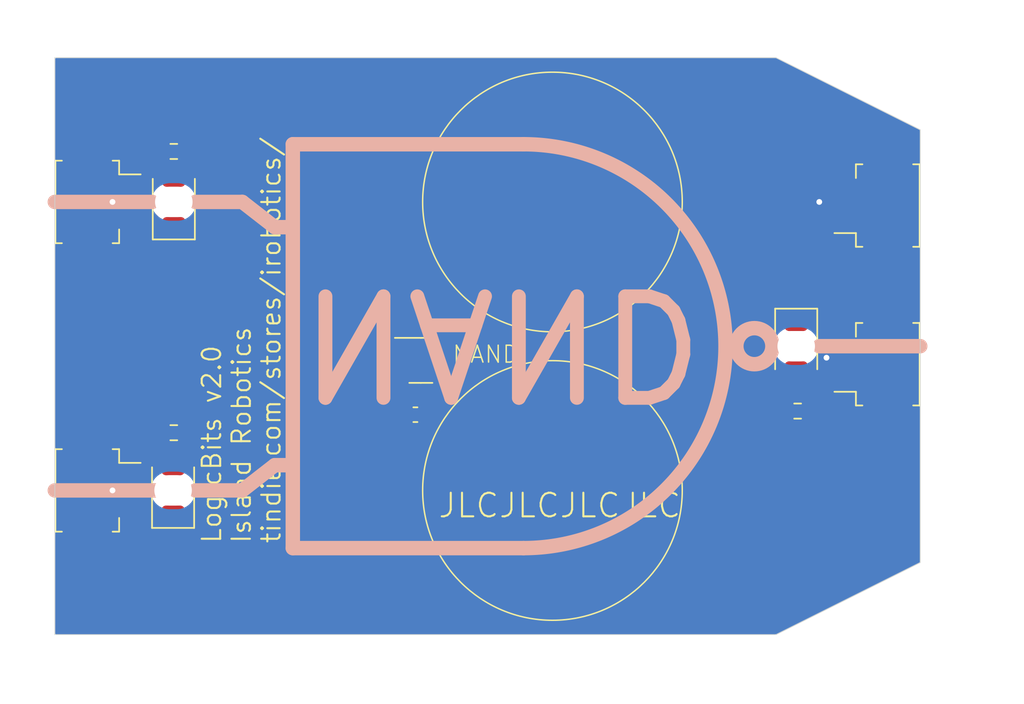
<source format=kicad_pcb>
(kicad_pcb (version 20240108) (generator "pcbnew") (generator_version "8.0")
  (layers (0 "F.Cu" signal) (31 "B.Cu" signal) (34 "B.Paste" user) (35 "F.Paste" user) (36 "B.SilkS" user "B.Silkscreen") (37 "F.SilkS" user "F.Silkscreen") (38 "B.Mask" user) (39 "F.Mask" user) (44 "Edge.Cuts" user))
  (net 0 "")
  (net 1 "GND")
  (net 2 "Net-(D1-A)")
  (net 3 "Net-(D2-A)")
  (net 4 "Net-(D3-A)")
  (net 5 "/A")
  (net 6 "/B")
  (net 7 "/Y")
  (net 8 "+5V")
  (footprint "Connector_Molex:Molex_PicoBlade_53261-0371_1x03-1MP_P1.25mm_Horizontal" (layer "F.Cu") (at 120.75 95 -90)
    (property "Reference" "J1" (hide yes))
    (property "Value" "Conn_01x03_Male" (hide yes))
    (fp_line (start -2.86 2.71) (end 2.86 2.71) (stroke (width 0.12)) (layer "F.SilkS"))
    (fp_line (start 2.86 2.71) (end 2.86 2.26) (stroke (width 0.12)) (layer "F.SilkS"))
    (fp_line (start -2.86 2.26) (end -2.86 2.71) (stroke (width 0.12)) (layer "F.SilkS"))
    (fp_line (start -2.86 -1.26) (end -2.86 -1.71) (stroke (width 0.12)) (layer "F.SilkS"))
    (fp_line (start 2.86 -1.26) (end 2.86 -1.71) (stroke (width 0.12)) (layer "F.SilkS"))
    (fp_line (start -2.86 -1.71) (end -1.91 -1.71) (stroke (width 0.12)) (layer "F.SilkS"))
    (fp_line (start -1.91 -1.71) (end -1.91 -3.2) (stroke (width 0.12)) (layer "F.SilkS"))
    (fp_line (start 2.86 -1.71) (end 1.91 -1.71) (stroke (width 0.12)) (layer "F.SilkS"))
    (pad "1" smd roundrect (at -1.25 -2.4 270) (size 0.8 1.6) (layers "F.Cu" "F.Paste" "F.Mask") (net 5 "/A"))
    (pad "2" smd roundrect (at 0 -2.4 270) (size 0.8 1.6) (layers "F.Cu" "F.Paste" "F.Mask") (net 1 "GND"))
    (pad "3" smd roundrect (at 1.25 -2.4 270) (size 0.8 1.6) (layers "F.Cu" "F.Paste" "F.Mask") (net 8 "+5V"))
    (pad "MP" smd roundrect (at -3.8 0.5 270) (size 2.1 3) (layers "F.Cu" "F.Paste" "F.Mask") (roundrect_rratio 0.1190480952))
    (pad "MP" smd roundrect (at 3.8 0.5 270) (size 2.1 3) (layers "F.Cu" "F.Paste" "F.Mask") (roundrect_rratio 0.1190480952))
  )
  (footprint "Connector_Molex:Molex_PicoBlade_53261-0371_1x03-1MP_P1.25mm_Horizontal" (layer "F.Cu") (at 175.25 95.25 90)
    (property "Reference" "J4" (hide yes))
    (property "Value" "Conn_01x03_Male" (hide yes))
    (fp_line (start 2.86 -1.71) (end 1.91 -1.71) (stroke (width 0.12)) (layer "F.SilkS"))
    (fp_line (start -1.91 -1.71) (end -1.91 -3.2) (stroke (width 0.12)) (layer "F.SilkS"))
    (fp_line (start -2.86 -1.71) (end -1.91 -1.71) (stroke (width 0.12)) (layer "F.SilkS"))
    (fp_line (start 2.86 -1.26) (end 2.86 -1.71) (stroke (width 0.12)) (layer "F.SilkS"))
    (fp_line (start -2.86 -1.26) (end -2.86 -1.71) (stroke (width 0.12)) (layer "F.SilkS"))
    (fp_line (start -2.86 2.26) (end -2.86 2.71) (stroke (width 0.12)) (layer "F.SilkS"))
    (fp_line (start 2.86 2.71) (end 2.86 2.26) (stroke (width 0.12)) (layer "F.SilkS"))
    (fp_line (start -2.86 2.71) (end 2.86 2.71) (stroke (width 0.12)) (layer "F.SilkS"))
    (pad "1" smd roundrect (at -1.25 -2.4 90) (size 0.8 1.6) (layers "F.Cu" "F.Paste" "F.Mask") (net 7 "/Y"))
    (pad "2" smd roundrect (at 0 -2.4 90) (size 0.8 1.6) (layers "F.Cu" "F.Paste" "F.Mask") (net 1 "GND"))
    (pad "3" smd roundrect (at 1.25 -2.4 90) (size 0.8 1.6) (layers "F.Cu" "F.Paste" "F.Mask") (net 8 "+5V"))
    (pad "MP" smd roundrect (at -3.8 0.5 90) (size 2.1 3) (layers "F.Cu" "F.Paste" "F.Mask") (roundrect_rratio 0.1190480952))
    (pad "MP" smd roundrect (at 3.8 0.5 90) (size 2.1 3) (layers "F.Cu" "F.Paste" "F.Mask") (roundrect_rratio 0.1190480952))
  )
  (footprint "shurik-personal:LITE_ON_LTST_C230TBKT-LED_1206_3216Metric_ReverseMount" (layer "F.Cu") (at 169.4 105 -90)
    (property "Reference" "D3" (hide yes))
    (property "Value" "LED" (hide yes))
    (fp_line (start -2.6 1.46) (end 1.6 1.46) (stroke (width 0.12)) (layer "F.SilkS"))
    (fp_line (start -2.6 -1.46) (end -2.6 1.46) (stroke (width 0.12)) (layer "F.SilkS"))
    (fp_line (start 1.6 -1.46) (end -2.6 -1.46) (stroke (width 0.12)) (layer "F.SilkS"))
    (pad "" np_thru_hole oval (at 0 0 270) (size 2.1 2.6) (drill oval 2.1 2.6) (layers "F&B.Cu" "*.Mask"))
    (pad "1" smd roundrect (at -1.8 0 270) (size 1.5 1.6) (layers "F.Cu" "F.Paste" "F.Mask") (roundrect_rratio 0.2) (net 1 "GND"))
    (pad "2" smd roundrect (at 1.8 0 270) (size 1.5 1.6) (layers "F.Cu" "F.Paste" "F.Mask") (roundrect_rratio 0.2) (net 4 "Net-(D3-A)"))
  )
  (footprint "Package_TO_SOT_SMD:SOT-23-5" (layer "F.Cu") (at 143.3775 105.984)
    (property "Reference" "U1" (hide yes))
    (property "Value" "74LVC1G08" (hide yes))
    (fp_line (start 0 -1.56) (end -1.8 -1.56) (stroke (width 0.12)) (layer "F.SilkS"))
    (fp_line (start 0 -1.56) (end 0.8 -1.56) (stroke (width 0.12)) (layer "F.SilkS"))
    (fp_line (start 0 1.56) (end -0.8 1.56) (stroke (width 0.12)) (layer "F.SilkS"))
    (fp_line (start 0 1.56) (end 0.8 1.56) (stroke (width 0.12)) (layer "F.SilkS"))
    (pad "1" smd roundrect (at -1.1375 -0.95) (size 1.325 0.6) (layers "F.Cu" "F.Paste" "F.Mask") (net 5 "/A"))
    (pad "2" smd roundrect (at -1.1375 0) (size 1.325 0.6) (layers "F.Cu" "F.Paste" "F.Mask") (net 6 "/B"))
    (pad "3" smd roundrect (at -1.1375 0.95) (size 1.325 0.6) (layers "F.Cu" "F.Paste" "F.Mask") (net 1 "GND"))
    (pad "4" smd roundrect (at 1.1375 0.95) (size 1.325 0.6) (layers "F.Cu" "F.Paste" "F.Mask") (net 7 "/Y"))
    (pad "5" smd roundrect (at 1.1375 -0.95) (size 1.325 0.6) (layers "F.Cu" "F.Paste" "F.Mask") (net 8 "+5V"))
  )
  (footprint "shurik-personal:LITE_ON_LTST_C230TBKT-LED_1206_3216Metric_ReverseMount" (layer "F.Cu") (at 126.25 95 90)
    (property "Reference" "D1" (hide yes))
    (property "Value" "LED" (hide yes))
    (fp_line (start 1.6 -1.46) (end -2.6 -1.46) (stroke (width 0.12)) (layer "F.SilkS"))
    (fp_line (start -2.6 -1.46) (end -2.6 1.46) (stroke (width 0.12)) (layer "F.SilkS"))
    (fp_line (start -2.6 1.46) (end 1.6 1.46) (stroke (width 0.12)) (layer "F.SilkS"))
    (pad "" np_thru_hole oval (at 0 0 90) (size 2.1 2.6) (drill oval 2.1 2.6) (layers "F&B.Cu" "*.Mask"))
    (pad "1" smd roundrect (at -1.8 0 90) (size 1.5 1.6) (layers "F.Cu" "F.Paste" "F.Mask") (roundrect_rratio 0.2) (net 1 "GND"))
    (pad "2" smd roundrect (at 1.8 0 90) (size 1.5 1.6) (layers "F.Cu" "F.Paste" "F.Mask") (roundrect_rratio 0.2) (net 2 "Net-(D1-A)"))
  )
  (footprint "Resistor_SMD:R_0603_1608Metric" (layer "F.Cu") (at 169.5 109.5)
    (property "Reference" "R3" (hide yes))
    (property "Value" "330" (hide yes))
    (fp_line (start -0.237258 -0.5225) (end 0.237258 -0.5225) (stroke (width 0.12)) (layer "F.SilkS"))
    (fp_line (start -0.237258 0.5225) (end 0.237258 0.5225) (stroke (width 0.12)) (layer "F.SilkS"))
    (pad "1" smd roundrect (at -0.825 0) (size 0.8 0.95) (layers "F.Cu" "F.Paste" "F.Mask") (net 7 "/Y"))
    (pad "2" smd roundrect (at 0.825 0) (size 0.8 0.95) (layers "F.Cu" "F.Paste" "F.Mask") (net 4 "Net-(D3-A)"))
  )
  (footprint "Resistor_SMD:R_0603_1608Metric" (layer "F.Cu") (at 126.25 91.5)
    (property "Reference" "R1" (hide yes))
    (property "Value" "330" (hide yes))
    (fp_line (start -0.237258 -0.5225) (end 0.237258 -0.5225) (stroke (width 0.12)) (layer "F.SilkS"))
    (fp_line (start -0.237258 0.5225) (end 0.237258 0.5225) (stroke (width 0.12)) (layer "F.SilkS"))
    (pad "1" smd roundrect (at -0.825 0) (size 0.8 0.95) (layers "F.Cu" "F.Paste" "F.Mask") (net 5 "/A"))
    (pad "2" smd roundrect (at 0.825 0) (size 0.8 0.95) (layers "F.Cu" "F.Paste" "F.Mask") (net 2 "Net-(D1-A)"))
  )
  (footprint "Capacitor_SMD:C_0603_1608Metric" (layer "F.Cu") (at 143 109.75 180)
    (property "Reference" "C1" (hide yes))
    (property "Value" "100nF" (hide yes))
    (fp_line (start -0.14058 0.51) (end 0.14058 0.51) (stroke (width 0.12)) (layer "F.SilkS"))
    (fp_line (start -0.14058 -0.51) (end 0.14058 -0.51) (stroke (width 0.12)) (layer "F.SilkS"))
    (pad "1" smd roundrect (at -0.775 0 180) (size 0.9 0.95) (layers "F.Cu" "F.Paste" "F.Mask") (net 8 "+5V"))
    (pad "2" smd roundrect (at 0.775 0 180) (size 0.9 0.95) (layers "F.Cu" "F.Paste" "F.Mask") (net 1 "GND"))
  )
  (footprint "Connector_Molex:Molex_PicoBlade_53261-0371_1x03-1MP_P1.25mm_Horizontal" (layer "F.Cu") (at 175.25 106.25 90)
    (property "Reference" "J3" (hide yes))
    (property "Value" "Conn_01x03_Male" (hide yes))
    (fp_line (start 2.86 -1.71) (end 1.91 -1.71) (stroke (width 0.12)) (layer "F.SilkS"))
    (fp_line (start -1.91 -1.71) (end -1.91 -3.2) (stroke (width 0.12)) (layer "F.SilkS"))
    (fp_line (start -2.86 -1.71) (end -1.91 -1.71) (stroke (width 0.12)) (layer "F.SilkS"))
    (fp_line (start 2.86 -1.26) (end 2.86 -1.71) (stroke (width 0.12)) (layer "F.SilkS"))
    (fp_line (start -2.86 -1.26) (end -2.86 -1.71) (stroke (width 0.12)) (layer "F.SilkS"))
    (fp_line (start -2.86 2.26) (end -2.86 2.71) (stroke (width 0.12)) (layer "F.SilkS"))
    (fp_line (start 2.86 2.71) (end 2.86 2.26) (stroke (width 0.12)) (layer "F.SilkS"))
    (fp_line (start -2.86 2.71) (end 2.86 2.71) (stroke (width 0.12)) (layer "F.SilkS"))
    (pad "1" smd roundrect (at -1.25 -2.4 90) (size 0.8 1.6) (layers "F.Cu" "F.Paste" "F.Mask") (net 7 "/Y"))
    (pad "2" smd roundrect (at 0 -2.4 90) (size 0.8 1.6) (layers "F.Cu" "F.Paste" "F.Mask") (net 1 "GND"))
    (pad "3" smd roundrect (at 1.25 -2.4 90) (size 0.8 1.6) (layers "F.Cu" "F.Paste" "F.Mask") (net 8 "+5V"))
    (pad "MP" smd roundrect (at -3.8 0.5 90) (size 2.1 3) (layers "F.Cu" "F.Paste" "F.Mask") (roundrect_rratio 0.1190480952))
    (pad "MP" smd roundrect (at 3.8 0.5 90) (size 2.1 3) (layers "F.Cu" "F.Paste" "F.Mask") (roundrect_rratio 0.1190480952))
  )
  (footprint "Connector_Molex:Molex_PicoBlade_53261-0371_1x03-1MP_P1.25mm_Horizontal" (layer "F.Cu") (at 120.75 115 -90)
    (property "Reference" "J2" (hide yes))
    (property "Value" "Conn_01x03_Male" (hide yes))
    (fp_line (start -2.86 2.71) (end 2.86 2.71) (stroke (width 0.12)) (layer "F.SilkS"))
    (fp_line (start 2.86 2.71) (end 2.86 2.26) (stroke (width 0.12)) (layer "F.SilkS"))
    (fp_line (start -2.86 2.26) (end -2.86 2.71) (stroke (width 0.12)) (layer "F.SilkS"))
    (fp_line (start -2.86 -1.26) (end -2.86 -1.71) (stroke (width 0.12)) (layer "F.SilkS"))
    (fp_line (start 2.86 -1.26) (end 2.86 -1.71) (stroke (width 0.12)) (layer "F.SilkS"))
    (fp_line (start -2.86 -1.71) (end -1.91 -1.71) (stroke (width 0.12)) (layer "F.SilkS"))
    (fp_line (start -1.91 -1.71) (end -1.91 -3.2) (stroke (width 0.12)) (layer "F.SilkS"))
    (fp_line (start 2.86 -1.71) (end 1.91 -1.71) (stroke (width 0.12)) (layer "F.SilkS"))
    (pad "1" smd roundrect (at -1.25 -2.4 270) (size 0.8 1.6) (layers "F.Cu" "F.Paste" "F.Mask") (net 6 "/B"))
    (pad "2" smd roundrect (at 0 -2.4 270) (size 0.8 1.6) (layers "F.Cu" "F.Paste" "F.Mask") (net 1 "GND"))
    (pad "3" smd roundrect (at 1.25 -2.4 270) (size 0.8 1.6) (layers "F.Cu" "F.Paste" "F.Mask") (net 8 "+5V"))
    (pad "MP" smd roundrect (at -3.8 0.5 270) (size 2.1 3) (layers "F.Cu" "F.Paste" "F.Mask") (roundrect_rratio 0.1190480952))
    (pad "MP" smd roundrect (at 3.8 0.5 270) (size 2.1 3) (layers "F.Cu" "F.Paste" "F.Mask") (roundrect_rratio 0.1190480952))
  )
  (footprint "Resistor_SMD:R_0603_1608Metric" (layer "F.Cu") (at 126.25 111)
    (property "Reference" "R2" (hide yes))
    (property "Value" "330" (hide yes))
    (fp_line (start -0.237258 -0.5225) (end 0.237258 -0.5225) (stroke (width 0.12)) (layer "F.SilkS"))
    (fp_line (start -0.237258 0.5225) (end 0.237258 0.5225) (stroke (width 0.12)) (layer "F.SilkS"))
    (pad "1" smd roundrect (at -0.825 0) (size 0.8 0.95) (layers "F.Cu" "F.Paste" "F.Mask") (net 6 "/B"))
    (pad "2" smd roundrect (at 0.825 0) (size 0.8 0.95) (layers "F.Cu" "F.Paste" "F.Mask") (net 3 "Net-(D2-A)"))
  )
  (footprint "shurik-personal:LITE_ON_LTST_C230TBKT-LED_1206_3216Metric_ReverseMount" (layer "F.Cu") (at 126.2 115 90)
    (property "Reference" "D2" (hide yes))
    (property "Value" "LED" (hide yes))
    (fp_line (start 1.6 -1.46) (end -2.6 -1.46) (stroke (width 0.12)) (layer "F.SilkS"))
    (fp_line (start -2.6 -1.46) (end -2.6 1.46) (stroke (width 0.12)) (layer "F.SilkS"))
    (fp_line (start -2.6 1.46) (end 1.6 1.46) (stroke (width 0.12)) (layer "F.SilkS"))
    (pad "" np_thru_hole oval (at 0 0 90) (size 2.1 2.6) (drill oval 2.1 2.6) (layers "F&B.Cu" "*.Mask"))
    (pad "1" smd roundrect (at -1.8 0 90) (size 1.5 1.6) (layers "F.Cu" "F.Paste" "F.Mask") (roundrect_rratio 0.2) (net 1 "GND"))
    (pad "2" smd roundrect (at 1.8 0 90) (size 1.5 1.6) (layers "F.Cu" "F.Paste" "F.Mask") (roundrect_rratio 0.2) (net 3 "Net-(D2-A)"))
  )
  (gr_line (start 131 115) (end 127.75 115) (stroke (width 1)) (layer "B.SilkS"))
  (gr_line (start 133.25 96.75) (end 134.5 96.75) (stroke (width 1)) (layer "B.SilkS"))
  (gr_circle (center 166.5 105) (end 167.75 105) (stroke (width 1)) (fill none) (layer "B.SilkS"))
  (gr_arc (start 150.5 91) (mid 164.5 105) (end 150.5 119) (stroke (width 1)) (layer "B.SilkS"))
  (gr_line (start 133.25 96.75) (end 131 95) (stroke (width 1)) (layer "B.SilkS"))
  (gr_line (start 127.75 95) (end 131 95) (stroke (width 1)) (layer "B.SilkS"))
  (gr_line (start 118 115) (end 125 115) (stroke (width 1)) (layer "B.SilkS"))
  (gr_line (start 134.5 119) (end 150.5 119) (stroke (width 1)) (layer "B.SilkS"))
  (gr_line (start 131 115) (end 133.25 113.25) (stroke (width 1)) (layer "B.SilkS"))
  (gr_line (start 134.5 91) (end 150.5 91) (stroke (width 1)) (layer "B.SilkS"))
  (gr_line (start 134.5 91) (end 134.5 119) (stroke (width 1)) (layer "B.SilkS"))
  (gr_line (start 133.25 113.25) (end 134.5 113.25) (stroke (width 1)) (layer "B.SilkS"))
  (gr_line (start 124.75 95) (end 118 95) (stroke (width 1)) (layer "B.SilkS"))
  (gr_line (start 178 105) (end 171 105) (stroke (width 1)) (layer "B.SilkS"))
  (gr_circle (center 152.5011 115.0036) (end 161.5011 115.0036) (stroke (width 0.1)) (fill none) (layer "F.SilkS"))
  (gr_circle (center 152.5011 95.0036) (end 161.5011 95.0036) (stroke (width 0.1)) (fill none) (layer "F.SilkS"))
  (gr_line (start 168 85) (end 118 85) (stroke (width 0.05)) (layer "Edge.Cuts"))
  (gr_line (start 178 90) (end 168 85) (stroke (width 0.05)) (layer "Edge.Cuts"))
  (gr_line (start 118 125) (end 168 125) (stroke (width 0.05)) (layer "Edge.Cuts"))
  (gr_line (start 168 125) (end 178 120) (stroke (width 0.05)) (layer "Edge.Cuts"))
  (gr_line (start 118 85) (end 118 125) (stroke (width 0.05)) (layer "Edge.Cuts"))
  (gr_line (start 178 120) (end 178 90) (stroke (width 0.05)) (layer "Edge.Cuts"))
  (gr_text "NAND" (at 149 104.75 180) (layer "B.SilkS") (effects (font (size 7.04 7.04) (thickness 0.96)) (justify mirror)))
  (gr_text "JLCJLCJLCJLC" (at 144.5011 117.0036 0) (layer "F.SilkS") (effects (font (size 1.63576 1.63576) (thickness 0.14224)) (justify left bottom)))
  (gr_text "LogicBits v2.0\nIsland Robotics\ntindie.com/stores/irobotics/" (at 133.75 118.75 90) (layer "F.SilkS") (effects (font (size 1.28016 1.28016) (thickness 0.14224)) (justify left bottom)))
  (gr_text "NAND" (at 145.5 106.25 0) (layer "F.SilkS") (effects (font (size 1.1684 1.1684) (thickness 0.1016)) (justify left bottom)))
  (segment (start 123.15 115) (end 122 115) (width 0.3) (layer "F.Cu") (net 1))
  (segment (start 126.25 96.8) (end 125.55 96.8) (width 0.3) (layer "F.Cu") (net 1))
  (segment (start 123.15 95) (end 122 95) (width 0.3) (layer "F.Cu") (net 1))
  (segment (start 171.75 106.25) (end 171.5 106) (width 0.3) (layer "F.Cu") (net 1))
  (segment (start 123.15 95) (end 123.95007 95) (width 0.3) (layer "F.Cu") (net 1))
  (segment (start 170.95 103.2) (end 169.5 103.2) (width 0.3) (layer "F.Cu") (net 1))
  (segment (start 123.75 115) (end 125.55 116.8) (width 0.3) (layer "F.Cu") (net 1))
  (segment (start 136.7 116.8) (end 142.25 111.25) (width 0.3) (layer "F.Cu") (net 1))
  (segment (start 142.25 111.25) (end 142.25 106.944) (width 0.3) (layer "F.Cu") (net 1))
  (segment (start 126.25 116.8) (end 136.7 116.8) (width 0.3) (layer "F.Cu") (net 1))
  (segment (start 172.85 106.25) (end 171.75 106.25) (width 0.3) (layer "F.Cu") (net 1))
  (segment (start 171.5 106) (end 171.5 105.8) (width 0.3) (layer "F.Cu") (net 1))
  (segment (start 171.5 105.8) (end 171.5 103.75) (width 0.3) (layer "F.Cu") (net 1))
  (segment (start 123.95007 95) (end 125.75007 96.8) (width 0.3) (layer "F.Cu") (net 1))
  (segment (start 171.25 95.25) (end 171 95) (width 0.3) (layer "F.Cu") (net 1))
  (segment (start 171.5 103.75) (end 170.95 103.2) (width 0.3) (layer "F.Cu") (net 1))
  (segment (start 172.85 95.25) (end 171.25 95.25) (width 0.3) (layer "F.Cu") (net 1))
  (via (at 122 115) (size 0.8) (drill 0.4) (layers "F.Cu" "B.Cu") (net 1))
  (via (at 171.5 105.8) (size 0.8) (drill 0.4) (layers "F.Cu" "B.Cu") (net 1))
  (via (at 122 95) (size 0.8) (drill 0.4) (layers "F.Cu" "B.Cu") (net 1))
  (via (at 171 95) (size 0.8) (drill 0.4) (layers "F.Cu" "B.Cu") (net 1))
  (segment (start 127.075 92.375) (end 126.25 93.2) (width 0.3) (layer "F.Cu") (net 2))
  (segment (start 127.075 91.5) (end 127.075 92.375) (width 0.3) (layer "F.Cu") (net 2))
  (segment (start 127.075 111) (end 127.075 112.375) (width 0.3) (layer "F.Cu") (net 3))
  (segment (start 127.075 112.375) (end 126.25 113.2) (width 0.3) (layer "F.Cu") (net 3))
  (segment (start 169.5 106.8) (end 169.5 107.8) (width 0.3) (layer "F.Cu") (net 4))
  (segment (start 170.325 108.625) (end 170.325 109.5) (width 0.3) (layer "F.Cu") (net 4))
  (segment (start 169.5 107.8) (end 170.325 108.625) (width 0.3) (layer "F.Cu") (net 4))
  (segment (start 142.24 99.24) (end 142.24 105.034) (width 0.3) (layer "F.Cu") (net 5))
  (segment (start 126.2 89.9) (end 132.9 89.9) (width 0.3) (layer "F.Cu") (net 5))
  (segment (start 123.15 93.75) (end 123.15 93.1) (width 0.3) (layer "F.Cu") (net 5))
  (segment (start 124.75 91.5) (end 125.425 91.5) (width 0.3) (layer "F.Cu") (net 5))
  (segment (start 125.425 91.5) (end 125.425 90.675) (width 0.3) (layer "F.Cu") (net 5))
  (segment (start 125.425 90.675) (end 126.2 89.9) (width 0.3) (layer "F.Cu") (net 5))
  (segment (start 132.9 89.9) (end 142.24 99.24) (width 0.3) (layer "F.Cu") (net 5))
  (segment (start 123.15 93.1) (end 124.75 91.5) (width 0.3) (layer "F.Cu") (net 5))
  (segment (start 123.15 112.6) (end 124.75 111) (width 0.3) (layer "F.Cu") (net 6))
  (segment (start 130.266 105.984) (end 142.24 105.984) (width 0.3) (layer "F.Cu") (net 6))
  (segment (start 125.425 110.825) (end 130.266 105.984) (width 0.3) (layer "F.Cu") (net 6))
  (segment (start 124.75 111) (end 125.425 111) (width 0.3) (layer "F.Cu") (net 6))
  (segment (start 123.15 113.75) (end 123.15 112.6) (width 0.3) (layer "F.Cu") (net 6))
  (segment (start 171 110.75) (end 172.85 108.9) (width 0.3) (layer "F.Cu") (net 7))
  (segment (start 163.934 106.934) (end 163.934 102.566) (width 0.3) (layer "F.Cu") (net 7))
  (segment (start 168.75 110.75) (end 171 110.75) (width 0.3) (layer "F.Cu") (net 7))
  (segment (start 163.934 102.566) (end 170 96.5) (width 0.3) (layer "F.Cu") (net 7))
  (segment (start 163.934 106.934) (end 164 107) (width 0.3) (layer "F.Cu") (net 7))
  (segment (start 168.675 109.5) (end 168.675 110.675) (width 0.3) (layer "F.Cu") (net 7))
  (segment (start 172.85 108.9) (end 172.85 107.5) (width 0.3) (layer "F.Cu") (net 7))
  (segment (start 170 96.5) (end 172.85 96.5) (width 0.3) (layer "F.Cu") (net 7))
  (segment (start 167.75 110.75) (end 168.75 110.75) (width 0.3) (layer "F.Cu") (net 7))
  (segment (start 144.515 106.934) (end 163.934 106.934) (width 0.3) (layer "F.Cu") (net 7))
  (segment (start 168.675 110.675) (end 168.75 110.75) (width 0.3) (layer "F.Cu") (net 7))
  (segment (start 164 107) (end 167.75 110.75) (width 0.3) (layer "F.Cu") (net 7))
  (segment (start 133.5 88.2) (end 144.5 99.2) (width 0.3) (layer "F.Cu") (net 8))
  (segment (start 143.4 106.149) (end 143.4 109.375) (width 0.3) (layer "F.Cu") (net 8))
  (segment (start 144.5 99.2) (end 144.5 105.019) (width 0.3) (layer "F.Cu") (net 8))
  (segment (start 136.5 119) (end 143.7 111.8) (width 0.3) (layer "F.Cu") (net 8))
  (segment (start 172.85 105) (end 174.25 105) (width 0.3) (layer "F.Cu") (net 8))
  (segment (start 143.775 111.725) (end 143.775 109.75) (width 0.3) (layer "F.Cu") (net 8))
  (segment (start 144.515 105.034) (end 143.4 106.149) (width 0.3) (layer "F.Cu") (net 8))
  (segment (start 123.15 96.25) (end 121.25 96.25) (width 0.3) (layer "F.Cu") (net 8))
  (segment (start 123.25 118) (end 124.25 119) (width 0.3) (layer "F.Cu") (net 8))
  (segment (start 123.25 116.35) (end 123.25 118) (width 0.3) (layer "F.Cu") (net 8))
  (segment (start 149.7 94) (end 144.5 99.2) (width 0.3) (layer "F.Cu") (net 8))
  (segment (start 143.7 111.8) (end 143.775 111.725) (width 0.3) (layer "F.Cu") (net 8))
  (segment (start 174.75 108) (end 170.95 111.8) (width 0.3) (layer "F.Cu") (net 8))
  (segment (start 174.25 105) (end 174.75 105.5) (width 0.3) (layer "F.Cu") (net 8))
  (segment (start 124.25 119) (end 136.5 119) (width 0.3) (layer "F.Cu") (net 8))
  (segment (start 126.8 88.2) (end 133.5 88.2) (width 0.3) (layer "F.Cu") (net 8))
  (segment (start 121.25 96.25) (end 120.8 95.8) (width 0.3) (layer "F.Cu") (net 8))
  (segment (start 174.75 105.5) (end 174.75 108) (width 0.3) (layer "F.Cu") (net 8))
  (segment (start 143.775 109.75) (end 143.4 109.375) (width 0.3) (layer "F.Cu") (net 8))
  (segment (start 172.85 94) (end 149.7 94) (width 0.3) (layer "F.Cu") (net 8))
  (segment (start 120.8 94.2) (end 126.8 88.2) (width 0.3) (layer "F.Cu") (net 8))
  (segment (start 120.8 95.8) (end 120.8 94.2) (width 0.3) (layer "F.Cu") (net 8))
  (segment (start 170.95 111.8) (end 143.7 111.8) (width 0.3) (layer "F.Cu") (net 8))
  (zone (net 1) (net_name "GND") (layer "B.Cu") (priority 6) (connect_pads (clearance 0.000001)) (min_thickness 0.1) (fill yes (thermal_gap 0.25) (thermal_bridge_width 0.25))
    (polygon (pts (xy 185.2 129.8) (xy 115.6 128.4) (xy 114.2 81.2) (xy 184.8 81)))
  )
)
</source>
